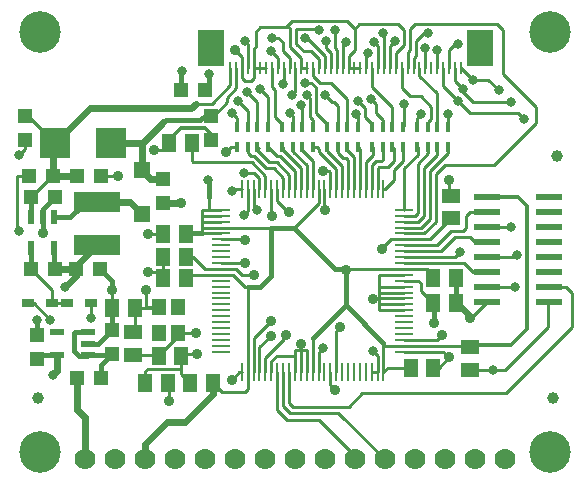
<source format=gbr>
G04 EAGLE Gerber RS-274X export*
G75*
%MOMM*%
%FSLAX34Y34*%
%LPD*%
%INTop Copper*%
%IPPOS*%
%AMOC8*
5,1,8,0,0,1.08239X$1,22.5*%
G01*
%ADD10R,0.270000X1.500000*%
%ADD11R,1.500000X0.270000*%
%ADD12R,1.300000X1.500000*%
%ADD13R,1.200000X1.400000*%
%ADD14R,1.500000X1.300000*%
%ADD15R,0.450000X0.900000*%
%ADD16R,0.250000X1.100000*%
%ADD17R,2.300000X3.100000*%
%ADD18R,0.550000X1.200000*%
%ADD19R,1.200000X1.300000*%
%ADD20R,4.000000X1.800000*%
%ADD21R,1.400000X1.400000*%
%ADD22R,1.300000X1.200000*%
%ADD23R,2.540000X2.540000*%
%ADD24R,1.200000X0.550000*%
%ADD25R,2.200000X0.600000*%
%ADD26C,3.516000*%
%ADD27C,1.778000*%
%ADD28R,1.000000X0.800000*%
%ADD29C,1.000000*%
%ADD30C,0.254000*%
%ADD31C,0.906400*%
%ADD32C,0.800100*%
%ADD33C,0.406400*%
%ADD34C,0.304800*%
%ADD35C,0.609600*%


D10*
X196460Y247680D03*
X201460Y247680D03*
X206460Y247680D03*
X211460Y247680D03*
X216460Y247680D03*
X221460Y247680D03*
X226460Y247680D03*
X231460Y247680D03*
X236460Y247680D03*
X241460Y247680D03*
X246460Y247680D03*
X251460Y247680D03*
X256460Y247680D03*
X261460Y247680D03*
X266460Y247680D03*
X271460Y247680D03*
X276460Y247680D03*
X281460Y247680D03*
X286460Y247680D03*
X291460Y247680D03*
X296460Y247680D03*
X301460Y247680D03*
X306460Y247680D03*
X311460Y247680D03*
X316460Y247680D03*
X196460Y92680D03*
X201460Y92680D03*
X206460Y92680D03*
X211460Y92680D03*
X216460Y92680D03*
X221460Y92680D03*
X226460Y92680D03*
X231460Y92680D03*
X236460Y92680D03*
X241460Y92680D03*
X246460Y92680D03*
X251460Y92680D03*
X256460Y92680D03*
X261460Y92680D03*
X266460Y92680D03*
X271460Y92680D03*
X276460Y92680D03*
X281460Y92680D03*
X286460Y92680D03*
X291460Y92680D03*
X296460Y92680D03*
X301460Y92680D03*
X306460Y92680D03*
X311460Y92680D03*
X316460Y92680D03*
D11*
X333960Y110180D03*
X333960Y115180D03*
X333960Y120180D03*
X333960Y125180D03*
X333960Y130180D03*
X333960Y135180D03*
X333960Y140180D03*
X333960Y145180D03*
X333960Y150180D03*
X333960Y155180D03*
X333960Y160180D03*
X333960Y165180D03*
X333960Y170180D03*
X333960Y175180D03*
X333960Y180180D03*
X333960Y185180D03*
X333960Y190180D03*
X333960Y195180D03*
X333960Y200180D03*
X333960Y205180D03*
X333960Y210180D03*
X333960Y215180D03*
X333960Y220180D03*
X333960Y225180D03*
X333960Y230180D03*
X178960Y230180D03*
X178960Y225180D03*
X178960Y220180D03*
X178960Y215180D03*
X178960Y210180D03*
X178960Y205180D03*
X178960Y200180D03*
X178960Y195180D03*
X178960Y190180D03*
X178960Y185180D03*
X178960Y180180D03*
X178960Y175180D03*
X178960Y170180D03*
X178960Y165180D03*
X178960Y160180D03*
X178960Y155180D03*
X178960Y150180D03*
X178960Y145180D03*
X178960Y140180D03*
X178960Y135180D03*
X178960Y130180D03*
X178960Y125180D03*
X178960Y120180D03*
X178960Y115180D03*
X178960Y110180D03*
D12*
X154200Y287020D03*
X135200Y287020D03*
D13*
X126540Y126160D03*
X126540Y148160D03*
X142540Y126160D03*
X142540Y148160D03*
D14*
X104060Y107340D03*
X104060Y126340D03*
D12*
X86940Y147320D03*
X105940Y147320D03*
X145310Y106680D03*
X126310Y106680D03*
D15*
X306960Y300600D03*
X306960Y283600D03*
X315960Y300600D03*
X323960Y300600D03*
X332960Y300600D03*
X332960Y283600D03*
X315960Y283600D03*
X323960Y283600D03*
X268860Y300600D03*
X268860Y283600D03*
X277860Y300600D03*
X285860Y300600D03*
X294860Y300600D03*
X294860Y283600D03*
X277860Y283600D03*
X285860Y283600D03*
X230760Y300600D03*
X230760Y283600D03*
X239760Y300600D03*
X247760Y300600D03*
X256760Y300600D03*
X256760Y283600D03*
X239760Y283600D03*
X247760Y283600D03*
X192660Y300600D03*
X192660Y283600D03*
X201660Y300600D03*
X209660Y300600D03*
X218660Y300600D03*
X218660Y283600D03*
X201660Y283600D03*
X209660Y283600D03*
X345060Y300600D03*
X345060Y283600D03*
X354060Y300600D03*
X362060Y300600D03*
X371060Y300600D03*
X371060Y283600D03*
X354060Y283600D03*
X362060Y283600D03*
D12*
X149120Y209550D03*
X130120Y209550D03*
X358720Y172720D03*
X377720Y172720D03*
X339670Y96520D03*
X358670Y96520D03*
X171980Y83820D03*
X152980Y83820D03*
D14*
X373300Y241910D03*
X373300Y222910D03*
D12*
X133880Y83820D03*
X114880Y83820D03*
X149120Y190500D03*
X130120Y190500D03*
X149120Y172720D03*
X130120Y172720D03*
X358720Y151130D03*
X377720Y151130D03*
D16*
X186900Y350520D03*
X191900Y350520D03*
X196900Y350520D03*
X201900Y350520D03*
X206900Y350520D03*
X211900Y350520D03*
X216900Y350520D03*
X221900Y350520D03*
X226900Y350520D03*
X231900Y350520D03*
X236900Y350520D03*
X241900Y350520D03*
X246900Y350520D03*
X251900Y350520D03*
X256900Y350520D03*
X261900Y350520D03*
X266900Y350520D03*
X271900Y350520D03*
X276900Y350520D03*
X281900Y350520D03*
X286900Y350520D03*
X291900Y350520D03*
X296900Y350520D03*
X301900Y350520D03*
X306900Y350520D03*
X311900Y350520D03*
X316900Y350520D03*
X321900Y350520D03*
X326900Y350520D03*
X331900Y350520D03*
X336900Y350520D03*
X341900Y350520D03*
X346900Y350520D03*
X351900Y350520D03*
X356900Y350520D03*
X361900Y350520D03*
X366900Y350520D03*
X371900Y350520D03*
X376900Y350520D03*
X381900Y350520D03*
D17*
X398400Y367520D03*
X170400Y367520D03*
D18*
X37360Y223821D03*
X27860Y223821D03*
X18360Y223821D03*
X18360Y197819D03*
X37360Y197819D03*
D19*
X55800Y180340D03*
X76120Y180340D03*
D20*
X73580Y200440D03*
X73580Y236440D03*
D21*
X111680Y263610D03*
X111680Y226610D03*
D19*
X38020Y241300D03*
X17700Y241300D03*
D22*
X129620Y256540D03*
X129620Y236220D03*
D19*
X57150Y259160D03*
X77470Y259160D03*
X17700Y180340D03*
X38020Y180340D03*
D23*
X85645Y287020D03*
X38655Y287020D03*
D22*
X170100Y309880D03*
X170100Y289560D03*
X22780Y104140D03*
X22780Y124460D03*
D19*
X165750Y331980D03*
X145430Y331980D03*
D24*
X66261Y107340D03*
X66261Y116840D03*
X66261Y126340D03*
X40259Y126340D03*
X40259Y107340D03*
D22*
X86280Y107950D03*
X86280Y128270D03*
D19*
X77390Y87630D03*
X57070Y87630D03*
D25*
X404450Y228600D03*
X456450Y203200D03*
X404450Y241300D03*
X404450Y215900D03*
X404450Y203200D03*
X456450Y215900D03*
X456450Y190500D03*
X456450Y177800D03*
X404450Y177800D03*
X456450Y152400D03*
X404450Y190500D03*
X404450Y165100D03*
X456450Y165100D03*
X404450Y152400D03*
X456450Y228600D03*
X456450Y241300D03*
D26*
X25400Y381000D03*
X457200Y381000D03*
X457200Y25400D03*
X25400Y25400D03*
D14*
X389810Y94640D03*
X389810Y113640D03*
D27*
X419100Y19050D03*
X393700Y19050D03*
X368300Y19050D03*
X342900Y19050D03*
X317500Y19050D03*
X292100Y19050D03*
X266700Y19050D03*
X241300Y19050D03*
X215900Y19050D03*
X190500Y19050D03*
X165100Y19050D03*
X139700Y19050D03*
X114300Y19050D03*
X88900Y19050D03*
X63500Y19050D03*
D28*
X48420Y151130D03*
X68420Y151130D03*
X35400Y151130D03*
X15400Y151130D03*
D19*
X16510Y259080D03*
X36830Y259080D03*
D29*
X24130Y71120D03*
X459740Y71120D03*
X463550Y275590D03*
D22*
X12700Y289560D03*
X12700Y309880D03*
D30*
X325040Y264160D02*
X325040Y255270D01*
X325040Y264160D02*
X332680Y271800D01*
X332960Y271800D01*
X332960Y283600D01*
X325040Y255270D02*
X317450Y247680D01*
X316460Y247680D01*
X311460Y247680D02*
X311460Y265820D01*
X312340Y266700D01*
X319960Y266700D01*
X325040Y271780D01*
X325040Y282520D01*
X323960Y283600D01*
X306460Y268440D02*
X306460Y247680D01*
X306460Y268440D02*
X309800Y271780D01*
X314880Y271780D01*
X315960Y272860D01*
X315960Y283600D01*
X301460Y271060D02*
X301460Y247680D01*
X301460Y271060D02*
X307260Y276860D01*
X307260Y283300D01*
X306960Y283600D01*
X296460Y282000D02*
X296460Y247680D01*
X296460Y282000D02*
X294860Y283600D01*
X291460Y274880D02*
X291460Y247680D01*
X291460Y274880D02*
X285860Y280480D01*
X285860Y283600D01*
X286460Y272260D02*
X286460Y247680D01*
X286460Y272260D02*
X284400Y274320D01*
X281860Y274320D01*
X277860Y278320D01*
X277860Y283600D01*
X281460Y267100D02*
X281460Y247680D01*
X281460Y267100D02*
X268860Y279700D01*
X268860Y283600D01*
X276460Y264480D02*
X276460Y247680D01*
X276460Y264480D02*
X261540Y279400D01*
X261540Y281940D01*
X259880Y283600D01*
X256760Y283600D01*
X256460Y271780D02*
X256460Y247680D01*
X256460Y271780D02*
X247760Y280480D01*
X247760Y283600D01*
X239760Y283600D02*
X239760Y280860D01*
X251460Y267890D02*
X251460Y247680D01*
X251460Y267890D02*
X239950Y279400D01*
X239950Y283410D01*
X239760Y283600D01*
X246460Y265270D02*
X246460Y247680D01*
X246460Y265270D02*
X231060Y280670D01*
X231060Y283300D01*
X230760Y283600D01*
X219240Y283600D02*
X218660Y283600D01*
X241460Y262650D02*
X241460Y247680D01*
X241460Y262650D02*
X228520Y275590D01*
X225980Y275590D01*
X218360Y283210D01*
X218360Y283300D01*
X218660Y283600D01*
X236460Y260030D02*
X236460Y247680D01*
X210740Y282520D02*
X209660Y283600D01*
X225980Y270510D02*
X236460Y260030D01*
X225980Y270510D02*
X219630Y270510D01*
X209660Y280480D01*
X209660Y283600D01*
X231460Y257410D02*
X231460Y247680D01*
X231460Y257410D02*
X223440Y265430D01*
X201850Y279400D02*
X201850Y283410D01*
X201660Y283600D01*
X217090Y265430D02*
X223440Y265430D01*
X217090Y265430D02*
X206930Y275590D01*
X204390Y275590D01*
X201660Y278320D01*
X201660Y283600D01*
X226460Y247680D02*
X226460Y237970D01*
D31*
X236140Y228600D03*
X182800Y279400D03*
D30*
X187000Y283600D01*
X192660Y283600D01*
X226460Y237970D02*
X235830Y228600D01*
X236140Y228600D01*
X333960Y230180D02*
X333960Y265460D01*
X345360Y276860D01*
X345360Y283300D01*
X345060Y283600D01*
X343210Y225180D02*
X333960Y225180D01*
X343210Y225180D02*
X345360Y227330D01*
X345360Y269240D01*
X354250Y278130D01*
X354250Y283410D01*
X354060Y283600D01*
X345830Y220180D02*
X333960Y220180D01*
X345830Y220180D02*
X350440Y224790D01*
X350440Y265430D01*
X361870Y276860D01*
X361870Y283410D01*
X362060Y283600D01*
X348450Y215180D02*
X333960Y215180D01*
X348450Y215180D02*
X355520Y222250D01*
X355520Y262890D01*
X371060Y278430D01*
X371060Y283600D01*
X201460Y247680D02*
X201460Y229480D01*
X198040Y226060D01*
D32*
X198040Y226060D03*
X392350Y340360D03*
D30*
X382190Y350520D01*
X381900Y350520D01*
D32*
X414020Y331470D03*
D30*
X405130Y340360D01*
X392350Y340360D01*
X206460Y247680D02*
X206460Y232880D01*
X209470Y229870D01*
D32*
X209470Y229870D03*
X379650Y370840D03*
D30*
X377110Y370840D01*
X371900Y365630D01*
X371900Y350520D01*
X211460Y257090D02*
X211460Y247680D01*
X206930Y261620D02*
X198040Y261620D01*
D32*
X198040Y261620D03*
X383460Y332740D03*
D30*
X376900Y339300D01*
X376900Y350520D01*
X211460Y257090D02*
X206930Y261620D01*
D32*
X424180Y321310D03*
D30*
X392350Y321310D01*
X383460Y330200D01*
X383460Y332740D01*
X196460Y247680D02*
X189180Y247680D01*
X187880Y246380D01*
D32*
X187880Y246380D03*
X379650Y322580D03*
D30*
X366900Y335330D01*
X366900Y350520D01*
D32*
X435610Y307340D03*
D30*
X430530Y312420D01*
X389810Y312420D01*
X379650Y322580D01*
X135200Y287020D02*
X135200Y280670D01*
X121840Y280670D01*
D31*
X121840Y280670D03*
D30*
X130120Y190500D02*
X130120Y177800D01*
D31*
X116760Y177800D03*
D30*
X130120Y177800D02*
X130120Y172720D01*
X130120Y209550D02*
X116760Y209550D01*
D31*
X116760Y209550D03*
D30*
X178960Y185180D02*
X179200Y185420D01*
X199310Y185420D01*
D31*
X199310Y185420D03*
D30*
X199310Y205180D02*
X178960Y205180D01*
X199310Y205180D02*
X199310Y204470D01*
D31*
X199310Y204470D03*
D30*
X86940Y147320D02*
X86280Y147980D01*
X86280Y162560D01*
D31*
X86280Y162560D03*
D30*
X312340Y165180D02*
X333960Y165180D01*
X312340Y165180D02*
X312340Y160180D01*
X312340Y155180D01*
X312340Y154940D01*
X312340Y150180D01*
X312340Y145180D01*
X333960Y145180D01*
X333960Y150180D02*
X312340Y150180D01*
X312340Y155180D02*
X333960Y155180D01*
X333960Y160180D02*
X312340Y160180D01*
X312340Y154940D02*
X307260Y154940D01*
D31*
X307260Y154940D03*
D30*
X377720Y152400D02*
X377720Y151130D01*
X377720Y152400D02*
X377720Y172720D01*
X377720Y175585D01*
X266460Y229870D02*
X266460Y247680D01*
X266460Y229870D02*
X266620Y229870D01*
D31*
X266620Y229870D03*
D30*
X221460Y225350D02*
X221460Y247680D01*
D31*
X222170Y224790D03*
X372030Y105410D03*
D30*
X333960Y205180D02*
X322500Y205180D01*
D31*
X314880Y196850D03*
D30*
X312340Y175180D02*
X333960Y175180D01*
X312340Y175180D02*
X312340Y165180D01*
X368880Y222910D02*
X373300Y222910D01*
X356080Y205180D02*
X333960Y205180D01*
X356080Y205180D02*
X373810Y222910D01*
X373300Y222910D01*
X271460Y92680D02*
X271460Y81520D01*
X275510Y77470D01*
D31*
X275510Y77470D03*
D30*
X251460Y92680D02*
X251460Y111760D01*
X246460Y111760D01*
X246300Y111760D01*
X241460Y111760D01*
X241460Y92680D01*
X246460Y92680D02*
X246460Y111760D01*
X246300Y111760D02*
X246300Y116840D01*
D31*
X246300Y116840D03*
D30*
X196460Y92680D02*
X194200Y92680D01*
X187880Y86360D01*
D31*
X187880Y86360D03*
D30*
X152980Y83820D02*
X145310Y91490D01*
X145310Y96520D01*
X145310Y106680D01*
X114880Y93370D02*
X114880Y83820D01*
X114880Y93370D02*
X116760Y95250D01*
X144040Y95250D01*
X145310Y96520D01*
D31*
X158670Y107950D03*
D30*
X146580Y107950D01*
X145310Y106680D01*
X221460Y102160D02*
X221460Y92680D01*
X221460Y102160D02*
X225980Y106680D01*
X241220Y106680D01*
X241460Y106440D01*
X241460Y92680D01*
X333960Y110180D02*
X367260Y110180D01*
X372030Y105410D01*
X363140Y96520D02*
X358670Y96520D01*
X363140Y96520D02*
X372030Y105410D01*
D33*
X377720Y152400D02*
X377720Y175585D01*
D31*
X389810Y138430D03*
D30*
X311460Y92680D02*
X306460Y92680D01*
X333960Y120180D02*
X361400Y120180D01*
X365680Y124460D01*
D31*
X365680Y124460D03*
D33*
X27860Y210820D02*
X27860Y223821D01*
D31*
X27860Y210820D03*
D33*
X27860Y223821D02*
X27860Y231140D01*
X38020Y241300D01*
D31*
X91360Y259080D03*
D33*
X76120Y180340D02*
X86280Y170180D01*
X86280Y162560D01*
D34*
X170100Y289560D02*
X170100Y294640D01*
X165020Y299720D01*
X144700Y299720D01*
X137080Y292100D01*
X137080Y288900D01*
X135200Y287020D01*
D30*
X196900Y350520D02*
X196900Y359280D01*
X190420Y365760D01*
D31*
X190420Y365760D03*
X144700Y236220D03*
D30*
X246900Y350520D02*
X251900Y350520D01*
X206900Y350520D02*
X206900Y367000D01*
X191690Y364490D02*
X190420Y365760D01*
X286900Y350520D02*
X291900Y350520D01*
X296900Y350520D01*
X246900Y350520D02*
X246900Y358810D01*
X237410Y368300D01*
X237410Y383540D01*
X236140Y384810D01*
X233600Y384810D01*
X212010Y384810D01*
X208200Y381000D01*
X208200Y368300D01*
X286900Y360640D02*
X286900Y350520D01*
X286900Y360640D02*
X292020Y365760D01*
X292020Y383540D01*
X285670Y389890D01*
X238680Y389890D01*
X233600Y384810D01*
X326900Y362540D02*
X326900Y350520D01*
X326900Y362540D02*
X333930Y369570D01*
X333930Y382270D01*
X328850Y387350D01*
X295830Y387350D01*
X292020Y383540D01*
X208200Y368300D02*
X206900Y367000D01*
X206900Y350520D02*
X206900Y341600D01*
X204390Y339090D01*
X199310Y339090D01*
X196770Y341630D01*
X196770Y350390D01*
X196900Y350520D01*
X361870Y350550D02*
X361900Y350520D01*
X361870Y350550D02*
X361870Y365760D01*
D32*
X361870Y365760D03*
D33*
X22780Y137160D02*
X22780Y124460D01*
D32*
X22780Y137160D03*
D33*
X66261Y116840D02*
X74850Y116840D01*
X86280Y128270D01*
X86280Y146660D01*
X86940Y147320D01*
D32*
X145970Y347980D03*
D30*
X311460Y106290D02*
X311460Y92680D01*
X311460Y106290D02*
X307260Y110490D01*
D32*
X307260Y110490D03*
D30*
X211900Y350520D02*
X206900Y350520D01*
X211900Y350520D02*
X216900Y350520D01*
D33*
X145430Y347440D02*
X145430Y331980D01*
X145430Y347440D02*
X145970Y347980D01*
D35*
X144700Y236220D02*
X129620Y236220D01*
D30*
X130120Y177800D02*
X116760Y177800D01*
X221460Y225350D02*
X222020Y224790D01*
X222170Y224790D01*
X314880Y197560D02*
X322500Y205180D01*
X314880Y197560D02*
X314880Y196850D01*
X390480Y138430D02*
X404450Y152400D01*
X390480Y138430D02*
X389810Y138430D01*
D35*
X389810Y140310D02*
X377720Y152400D01*
X389810Y140310D02*
X389810Y138430D01*
D30*
X77550Y259080D02*
X77470Y259160D01*
X77550Y259080D02*
X91360Y259080D01*
X149120Y209550D02*
X149170Y209500D01*
X162480Y225180D02*
X178960Y225180D01*
X178960Y230180D02*
X168830Y230180D01*
X162480Y230180D01*
X162480Y225180D01*
X162480Y220180D02*
X178960Y220180D01*
X162480Y220180D02*
X162480Y225180D01*
X162480Y220180D02*
X162480Y215180D01*
X151580Y175180D02*
X178960Y175180D01*
X151580Y175180D02*
X149120Y172720D01*
X162480Y215180D02*
X178960Y215180D01*
X162480Y215180D02*
X162480Y210180D01*
X178960Y210180D01*
X333960Y180180D02*
X353480Y180180D01*
X261460Y236140D02*
X261460Y247680D01*
X261460Y236140D02*
X240500Y215180D01*
D33*
X220900Y215180D01*
D30*
X178960Y215180D01*
X320240Y96520D02*
X339670Y96520D01*
X333960Y180180D02*
X285670Y180180D01*
D33*
X275500Y180180D01*
X240500Y215180D01*
D30*
X353480Y180180D02*
X358720Y174940D01*
X358720Y172720D01*
X316460Y116840D02*
X316460Y92680D01*
X316460Y116840D02*
X316460Y117800D01*
D33*
X284400Y149860D01*
X284400Y179070D01*
D30*
X284400Y178910D01*
X285670Y180180D01*
X256460Y121920D02*
X256460Y92680D01*
D33*
X256460Y121920D02*
X284400Y149860D01*
D30*
X189230Y175180D02*
X178960Y175180D01*
X189230Y175180D02*
X199310Y165100D01*
X201460Y165100D01*
D33*
X212010Y165100D01*
X220900Y173990D01*
X220900Y215180D01*
D30*
X201460Y92680D02*
X201460Y78350D01*
X199310Y76200D01*
X179600Y76200D01*
X171980Y83820D01*
X201460Y92680D02*
X201460Y165100D01*
D31*
X284400Y179070D03*
D30*
X333960Y115180D02*
X388270Y115180D01*
X333960Y115180D02*
X318120Y115180D01*
X316460Y116840D01*
X201900Y350520D02*
X201900Y370790D01*
X199310Y373380D01*
D32*
X199310Y373380D03*
X167560Y255270D03*
D30*
X168830Y241300D02*
X168830Y230180D01*
D35*
X40259Y107340D02*
X40259Y93679D01*
X36750Y90170D01*
D32*
X36750Y90170D03*
D35*
X171980Y83820D02*
X171980Y74270D01*
D32*
X168469Y345390D03*
D30*
X388270Y115180D02*
X388346Y115178D01*
X388421Y115173D01*
X388496Y115163D01*
X388570Y115150D01*
X388644Y115134D01*
X388717Y115114D01*
X388789Y115090D01*
X388859Y115063D01*
X388928Y115032D01*
X388996Y114998D01*
X389062Y114961D01*
X389126Y114920D01*
X389187Y114877D01*
X389247Y114830D01*
X389304Y114781D01*
X389359Y114729D01*
X389411Y114674D01*
X389460Y114617D01*
X389507Y114557D01*
X389550Y114496D01*
X389591Y114432D01*
X389628Y114366D01*
X389662Y114298D01*
X389693Y114229D01*
X389720Y114159D01*
X389744Y114087D01*
X389764Y114014D01*
X389780Y113940D01*
X389793Y113866D01*
X389803Y113791D01*
X389808Y113716D01*
X389810Y113640D01*
D34*
X404450Y241300D02*
X430450Y241300D01*
X438070Y233680D01*
X438070Y129540D01*
X424100Y115570D01*
X391740Y115570D01*
X389810Y113640D01*
D33*
X168290Y345212D02*
X168469Y345390D01*
D35*
X171980Y74270D02*
X148510Y50800D01*
X133350Y50800D01*
X114300Y31750D01*
X114300Y19050D01*
D33*
X149120Y209550D02*
X149750Y210180D01*
X162480Y210180D01*
D30*
X316460Y92740D02*
X320240Y96520D01*
X316460Y92740D02*
X316460Y92680D01*
D33*
X168830Y241300D02*
X168830Y254000D01*
X167560Y255270D01*
X165750Y331980D02*
X168469Y334699D01*
X168469Y345390D01*
X40259Y107340D02*
X24710Y107340D01*
X22780Y105410D01*
X22780Y104140D01*
D30*
X231460Y92680D02*
X231460Y63900D01*
X236940Y58420D01*
X278130Y58420D01*
X317500Y19050D01*
X226460Y60480D02*
X226460Y92680D01*
X226460Y60480D02*
X234870Y52070D01*
X261620Y52070D01*
X292100Y21590D01*
X292100Y19050D01*
X216460Y247680D02*
X216460Y259075D01*
X205025Y270510D02*
X154860Y270510D01*
X205025Y270510D02*
X216460Y259075D01*
X154860Y270510D02*
X154200Y271170D01*
X154200Y287020D01*
X389810Y94640D02*
X408860Y94640D01*
X419680Y94640D02*
X455850Y130810D01*
X455850Y151800D01*
X456450Y152400D01*
D32*
X408860Y94640D03*
D30*
X419680Y94640D01*
X178960Y180180D02*
X165180Y180180D01*
X154860Y190500D01*
X149120Y190500D01*
X333960Y170180D02*
X346020Y170180D01*
X373300Y241910D02*
X372030Y243180D01*
X372030Y255270D01*
D31*
X372030Y255270D03*
X265350Y262890D03*
D30*
X271460Y261940D02*
X271460Y247680D01*
X346020Y170180D02*
X347900Y168300D01*
X347900Y161290D01*
X358060Y151130D01*
X358720Y151130D01*
X359330Y150520D01*
D33*
X359330Y134620D01*
D31*
X359330Y134620D03*
D30*
X276460Y127950D02*
X276460Y92680D01*
X276460Y127950D02*
X279320Y130810D01*
D31*
X279320Y130810D03*
D30*
X216460Y104780D02*
X216460Y92680D01*
X216460Y104780D02*
X232330Y120650D01*
X232330Y123190D01*
X233600Y124460D01*
D31*
X233600Y124460D03*
D30*
X191850Y180180D02*
X178960Y180180D01*
X191850Y180180D02*
X196770Y175260D01*
X206930Y175260D01*
D31*
X206930Y175260D03*
D30*
X133880Y83820D02*
X134540Y83160D01*
X134540Y68580D01*
D31*
X134540Y68580D03*
D30*
X271460Y261940D02*
X270510Y262890D01*
X265350Y262890D01*
X105940Y128220D02*
X104060Y126340D01*
X105940Y128220D02*
X105940Y147320D01*
X125700Y147320D02*
X126540Y148160D01*
X125700Y147320D02*
X105940Y147320D01*
X115490Y148160D02*
X126540Y148160D01*
X115490Y148160D02*
X115490Y162560D01*
D31*
X115490Y162560D03*
D30*
X206460Y121450D02*
X206460Y92680D01*
X206460Y121450D02*
X220900Y135890D01*
D31*
X220900Y135890D03*
D30*
X142540Y126160D02*
X142540Y123570D01*
X130730Y111760D01*
X142540Y123570D02*
X144700Y125730D01*
X157400Y125730D01*
D31*
X157400Y125730D03*
D30*
X211460Y113750D02*
X211460Y92680D01*
X211460Y113750D02*
X220900Y123190D01*
D31*
X220900Y123190D03*
D30*
X125650Y107340D02*
X104060Y107340D01*
X125650Y107340D02*
X126310Y106680D01*
X130730Y111100D02*
X130730Y111760D01*
X130730Y111100D02*
X126310Y106680D01*
X370760Y300900D02*
X371060Y300600D01*
X370760Y300900D02*
X370760Y311150D01*
D32*
X370760Y311150D03*
X354250Y379730D03*
D30*
X350440Y379730D01*
X344090Y373380D01*
X344090Y360680D01*
X341900Y358490D01*
X341900Y350520D01*
X362060Y328740D02*
X362060Y300600D01*
X362060Y328740D02*
X346900Y343900D01*
X346900Y350520D01*
X331900Y350520D02*
X331900Y333500D01*
X339010Y326390D01*
X347900Y326390D01*
X356790Y317500D01*
X356790Y307340D01*
X354060Y304610D01*
X354060Y300600D01*
D32*
X347900Y311150D03*
X351710Y367030D03*
D30*
X351900Y366840D01*
X351900Y350520D01*
X347900Y311150D02*
X345060Y308310D01*
X345060Y300600D01*
X261460Y109140D02*
X261460Y92680D01*
X261460Y109140D02*
X265350Y113030D01*
D32*
X265350Y113030D03*
X68580Y138430D03*
D30*
X68580Y150970D01*
X68420Y151130D01*
D33*
X18360Y223821D02*
X18360Y240640D01*
X17700Y241300D01*
D30*
X186900Y335570D02*
X186900Y350520D01*
X186900Y335570D02*
X171370Y320040D01*
X157480Y320040D01*
D35*
X57150Y259160D02*
X57070Y259080D01*
X36830Y259080D01*
X36830Y285195D02*
X38655Y287020D01*
X36830Y285195D02*
X36830Y259080D01*
X153670Y316230D02*
X157480Y320040D01*
X153670Y316230D02*
X67865Y316230D01*
X38655Y287020D01*
D30*
X36830Y259080D02*
X35480Y259080D01*
X17700Y241300D01*
X15795Y309880D02*
X12700Y309880D01*
X15795Y309880D02*
X38655Y287020D01*
X221900Y334280D02*
X221900Y350520D01*
X221900Y334280D02*
X224710Y331470D01*
X224710Y308610D01*
X230760Y302560D01*
X230760Y300600D01*
X218660Y300600D02*
X218660Y326090D01*
X212010Y332740D01*
D32*
X212010Y332740D03*
X220900Y364490D03*
D30*
X226900Y358490D02*
X226900Y350520D01*
X226900Y358490D02*
X220900Y364490D01*
X209660Y321120D02*
X209660Y300600D01*
X209660Y321120D02*
X200580Y330200D01*
D32*
X200580Y330200D03*
X231060Y336550D03*
D30*
X231900Y337390D02*
X231900Y350520D01*
X231900Y337390D02*
X231060Y336550D01*
X201660Y313880D02*
X201660Y300600D01*
X201660Y313880D02*
X192960Y322580D01*
D32*
X192960Y322580D03*
X222170Y375920D03*
D30*
X227250Y375920D01*
X236900Y358730D02*
X236900Y350520D01*
X236900Y358730D02*
X231140Y364490D01*
X231140Y372030D01*
X227250Y375920D01*
X192660Y307640D02*
X192660Y300600D01*
X192660Y307640D02*
X187880Y312420D01*
D32*
X187880Y312420D03*
X238680Y327660D03*
D30*
X241900Y330880D01*
X241900Y350520D01*
X285860Y323660D02*
X285860Y300600D01*
X285860Y323660D02*
X271700Y337820D01*
X262810Y337820D01*
X256900Y343730D01*
X256900Y350520D01*
X277860Y317690D02*
X277860Y300600D01*
X277860Y317690D02*
X274240Y321310D01*
X272970Y321310D01*
X266620Y327660D01*
D32*
X266620Y327660D03*
X261540Y382270D03*
D30*
X260270Y383540D01*
X256460Y383540D01*
X242490Y383540D01*
X261900Y357780D02*
X261900Y350520D01*
X242490Y370840D02*
X242490Y383540D01*
X242490Y370840D02*
X248840Y364490D01*
X255190Y364490D01*
X261900Y357780D01*
X268860Y302560D02*
X268860Y300600D01*
X268860Y302560D02*
X259000Y312420D01*
X259000Y334010D01*
X255190Y337820D01*
X250110Y337820D01*
D32*
X250110Y337820D03*
X250110Y375920D03*
D30*
X266620Y360680D02*
X266620Y350800D01*
X266900Y350520D01*
X266620Y360680D02*
X251380Y375920D01*
X250110Y375920D01*
D32*
X251380Y327660D03*
X267890Y373380D03*
D30*
X267890Y367030D01*
X271900Y363020D01*
X271900Y350520D01*
X251380Y327660D02*
X253920Y325120D01*
X253920Y308610D01*
X256460Y306070D01*
X256460Y300900D01*
X256760Y300600D01*
X247760Y300600D02*
X247760Y317310D01*
X246300Y318770D01*
D32*
X246300Y318770D03*
X275510Y382270D03*
D30*
X275510Y367030D01*
X276780Y365760D01*
X276780Y350640D01*
X276900Y350520D01*
X239950Y300790D02*
X239760Y300600D01*
D32*
X237410Y312420D03*
X284400Y372110D03*
D30*
X281900Y369610D01*
X281900Y350520D01*
X239950Y309880D02*
X239950Y300790D01*
X239950Y309880D02*
X237410Y312420D01*
X301900Y350520D02*
X301900Y362230D01*
D32*
X303450Y363220D03*
X333930Y320040D03*
D30*
X333930Y301570D01*
X332960Y300600D01*
X301900Y362230D02*
X302890Y363220D01*
X303450Y363220D01*
X323960Y317310D02*
X323960Y300600D01*
X323960Y317310D02*
X306900Y334370D01*
X306900Y350520D01*
X315960Y306260D02*
X315960Y300600D01*
X315960Y306260D02*
X309800Y312420D01*
X309800Y320040D01*
X305990Y323850D01*
D32*
X305990Y323850D03*
X308530Y372110D03*
D30*
X311900Y368740D01*
X311900Y350520D01*
X306960Y302560D02*
X306960Y300600D01*
X306960Y302560D02*
X300910Y308610D01*
X300910Y316230D01*
X294560Y322580D01*
D32*
X294560Y322580D03*
X316150Y379730D03*
D30*
X316900Y378980D01*
X316900Y350520D01*
X294860Y309580D02*
X294860Y300600D01*
X294860Y309580D02*
X293290Y311150D01*
D32*
X293290Y311150D03*
X326310Y373380D03*
D30*
X321900Y368970D01*
X321900Y350520D01*
X336900Y350520D02*
X336900Y363650D01*
X339010Y365760D01*
X339010Y383540D01*
X342820Y387350D01*
X412670Y387350D01*
X417750Y382270D01*
X417750Y345440D01*
X368220Y267970D02*
X360600Y260350D01*
X360600Y219710D01*
X351070Y210180D01*
X333960Y210180D01*
X445770Y317420D02*
X417750Y345440D01*
X445770Y317420D02*
X445770Y303530D01*
X410210Y267970D01*
X368220Y267970D01*
D33*
X51021Y223821D02*
X37360Y223821D01*
X51021Y223821D02*
X60880Y233680D01*
X70820Y233680D01*
X73580Y236440D01*
D35*
X101850Y236440D01*
X111680Y226610D01*
D30*
X170100Y309880D02*
X172640Y309880D01*
X184070Y321310D01*
X191900Y332950D02*
X191900Y350520D01*
X191900Y332950D02*
X184070Y325120D01*
X184070Y321310D01*
D33*
X170100Y309880D02*
X165100Y309880D01*
X161290Y306070D01*
X132080Y306070D01*
X130175Y304165D01*
D35*
X113030Y287020D02*
X85645Y287020D01*
X113030Y287020D02*
X130175Y304165D01*
X129620Y256540D02*
X118750Y256540D01*
X111680Y263610D01*
X111680Y285670D02*
X113030Y287020D01*
X111680Y285670D02*
X111680Y263610D01*
D33*
X37360Y197819D02*
X37360Y181000D01*
X38020Y180340D01*
D35*
X55800Y180340D01*
X55800Y182660D01*
X73580Y200440D01*
X57070Y87630D02*
X57070Y60960D01*
X55880Y180260D02*
X55800Y180340D01*
X55880Y180260D02*
X55880Y173990D01*
D32*
X46910Y165100D03*
D35*
X57070Y60960D02*
X63500Y54530D01*
X63500Y19050D01*
X46990Y165100D02*
X55880Y173990D01*
X46990Y165100D02*
X46910Y165100D01*
D33*
X66261Y107340D02*
X85670Y107340D01*
X86280Y107950D01*
X77390Y99060D02*
X77390Y87630D01*
X77390Y99060D02*
X86280Y107950D01*
X66261Y126340D02*
X55140Y126340D01*
X54530Y125730D01*
X54530Y110490D01*
X58340Y106680D01*
X65601Y106680D01*
X66261Y107340D01*
D30*
X333960Y200180D02*
X361390Y200180D01*
X373300Y212090D01*
X383460Y212090D01*
X386000Y214630D01*
X386000Y224790D01*
X389810Y228600D01*
X404450Y228600D01*
X365280Y195180D02*
X333960Y195180D01*
X365280Y195180D02*
X377110Y207010D01*
X389810Y207010D01*
X393620Y203200D01*
X404450Y203200D01*
D32*
X380920Y194310D03*
D30*
X376790Y190180D01*
X333960Y190180D01*
X333960Y185180D02*
X360360Y185180D01*
X360600Y185420D01*
X384730Y185420D01*
X392350Y177800D01*
X404450Y177800D01*
X456450Y165100D02*
X471090Y165100D01*
X476170Y160020D01*
X476170Y130810D01*
X420290Y74930D01*
X298370Y74930D01*
X236460Y66990D02*
X236460Y92680D01*
X236460Y66990D02*
X239950Y63500D01*
X286940Y63500D01*
X298370Y74930D01*
D32*
X424100Y215900D03*
D30*
X404450Y215900D01*
D32*
X429180Y191770D03*
D30*
X427910Y190500D01*
X404450Y190500D01*
D32*
X427910Y165100D03*
D30*
X404450Y165100D01*
X20320Y151130D02*
X15400Y151130D01*
X20320Y151130D02*
X34290Y137160D01*
D32*
X34290Y137160D03*
D33*
X18360Y181000D02*
X18360Y197819D01*
X18360Y181000D02*
X17700Y180340D01*
D30*
X35560Y162480D01*
X35560Y151130D01*
X35400Y151130D01*
X35560Y151130D02*
X48420Y151130D01*
X16510Y259080D02*
X6350Y259080D01*
D32*
X7620Y212090D03*
D30*
X6350Y213360D02*
X6350Y259080D01*
X6350Y213360D02*
X7620Y212090D01*
X12700Y281940D02*
X12700Y289560D01*
X12700Y281940D02*
X7620Y276860D01*
D32*
X7620Y276860D03*
M02*

</source>
